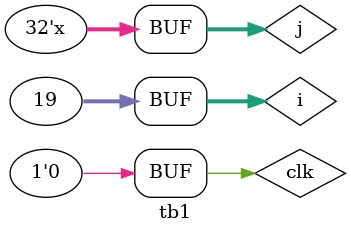
<source format=v>
module tb1();

    reg clk;

    wire [31:0] result;

    datapath core_1(clk,result);

    integer i;

    initial
        begin
            clk = 1;
            for (i = 0; i < 19; i = i + 1)
                begin
                    #5 clk =~ clk;
                end
        end

    initial
        begin
            //Pruebas de todas las operaciones
        end

    integer j = 0;

    always @(*) begin
        if (clk == 1) begin
            $monitor("Clock: %b Result: %d",clk,result);
            j = j + 1;
        end

        else
            $monitor("");
    end

endmodule
</source>
